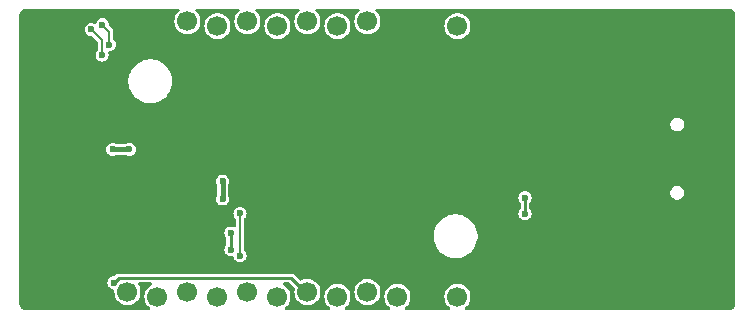
<source format=gbl>
G04 #@! TF.GenerationSoftware,KiCad,Pcbnew,8.0.1-8.0.1-1~ubuntu22.04.1*
G04 #@! TF.CreationDate,2024-09-16T09:20:12+02:00*
G04 #@! TF.ProjectId,NerdNOS,4e657264-4e4f-4532-9e6b-696361645f70,rev?*
G04 #@! TF.SameCoordinates,Original*
G04 #@! TF.FileFunction,Copper,L2,Bot*
G04 #@! TF.FilePolarity,Positive*
%FSLAX46Y46*%
G04 Gerber Fmt 4.6, Leading zero omitted, Abs format (unit mm)*
G04 Created by KiCad (PCBNEW 8.0.1-8.0.1-1~ubuntu22.04.1) date 2024-09-16 09:20:12*
%MOMM*%
%LPD*%
G01*
G04 APERTURE LIST*
G04 #@! TA.AperFunction,ComponentPad*
%ADD10O,2.100000X1.000000*%
G04 #@! TD*
G04 #@! TA.AperFunction,ComponentPad*
%ADD11O,1.800000X1.000000*%
G04 #@! TD*
G04 #@! TA.AperFunction,ComponentPad*
%ADD12C,1.700000*%
G04 #@! TD*
G04 #@! TA.AperFunction,ViaPad*
%ADD13C,0.600000*%
G04 #@! TD*
G04 #@! TA.AperFunction,Conductor*
%ADD14C,0.254000*%
G04 #@! TD*
G04 #@! TA.AperFunction,Conductor*
%ADD15C,0.400000*%
G04 #@! TD*
G04 #@! TA.AperFunction,Conductor*
%ADD16C,0.200000*%
G04 #@! TD*
G04 APERTURE END LIST*
D10*
X135485000Y-70510000D03*
D11*
X139665000Y-70510000D03*
D10*
X135485000Y-61870000D03*
D11*
X139665000Y-61870000D03*
D12*
X89440000Y-77490000D03*
X91980000Y-77890000D03*
X94520000Y-77490000D03*
X97060000Y-77890000D03*
X99600000Y-77490000D03*
X102140000Y-77890000D03*
X104680000Y-77490000D03*
X107220000Y-77890000D03*
X109760000Y-77490000D03*
X112300000Y-77890000D03*
X114840000Y-77490000D03*
X117380000Y-77890000D03*
X117380000Y-54970000D03*
X114840000Y-54570000D03*
X112300000Y-54970000D03*
X109760000Y-54570000D03*
X107220000Y-54970000D03*
X104680000Y-54570000D03*
X102140000Y-54970000D03*
X99600000Y-54570000D03*
X97060000Y-54970000D03*
X94520000Y-54570000D03*
X91980000Y-54970000D03*
X89440000Y-54570000D03*
D13*
X89600000Y-65400000D03*
X98200000Y-73900000D03*
X88200000Y-65400000D03*
X98200000Y-72500000D03*
X124300000Y-67200000D03*
X131300000Y-68300000D03*
X125600000Y-66300000D03*
X99400000Y-65100000D03*
X104050000Y-65700000D03*
X101050000Y-64700000D03*
X88837500Y-73500000D03*
X105050000Y-66700000D03*
X88700000Y-69750001D03*
X127200000Y-67800000D03*
X125000000Y-65800000D03*
X122900000Y-65100000D03*
X104050000Y-64700000D03*
X105050000Y-63700000D03*
X124300000Y-65100000D03*
X101050000Y-68700000D03*
X122900000Y-65800000D03*
X104800000Y-59300000D03*
X102050000Y-66700000D03*
X103050000Y-63700000D03*
X121250000Y-68450000D03*
X103050000Y-68700000D03*
X103050000Y-64700000D03*
X105050000Y-68700000D03*
X123600000Y-65100000D03*
X106600000Y-59300008D03*
X104050000Y-63700000D03*
X104050000Y-66700000D03*
X101050000Y-65700000D03*
X127700000Y-67300000D03*
X93337500Y-74450001D03*
X85703276Y-56567732D03*
X101050000Y-63700000D03*
X122000000Y-68450000D03*
X128500000Y-68300000D03*
X119000000Y-68450000D03*
X102050000Y-64700000D03*
X92150604Y-66912971D03*
X100800000Y-60020000D03*
X125150000Y-70850000D03*
X130600000Y-68300000D03*
X118200000Y-68500000D03*
X103050000Y-66700000D03*
X105050000Y-67700000D03*
X133800000Y-66290000D03*
X125000000Y-65100000D03*
X125000000Y-67200000D03*
X105050000Y-64700000D03*
X100700000Y-72480000D03*
X102050000Y-68700000D03*
X120500000Y-68450000D03*
X116700000Y-68500000D03*
X92295000Y-65515000D03*
X117450000Y-68500000D03*
X101050000Y-67700000D03*
X119750000Y-68450000D03*
X104050000Y-68700000D03*
X103050000Y-67700000D03*
X104050000Y-67700000D03*
X129200000Y-68300000D03*
X84650000Y-60164644D03*
X106600000Y-73100000D03*
X115900000Y-68500000D03*
X102050000Y-67700000D03*
X105050000Y-65700000D03*
X133800000Y-65390000D03*
X129900000Y-68300000D03*
X124300000Y-65800000D03*
X132000000Y-68300000D03*
X102050000Y-63700000D03*
X123600000Y-65800000D03*
X101050000Y-66700000D03*
X102050000Y-65700000D03*
X103050000Y-65700000D03*
X93400000Y-70400002D03*
X86500000Y-68029999D03*
X97500000Y-68100000D03*
X97500000Y-69600000D03*
X123100000Y-69499996D03*
X123100000Y-70854000D03*
X87900000Y-56550000D03*
X87327674Y-54864687D03*
X98966669Y-74400000D03*
X98966669Y-70820000D03*
X86371817Y-55246412D03*
X87300000Y-57432774D03*
X88300000Y-76700000D03*
D14*
X98200000Y-73900000D02*
X98200000Y-72500000D01*
D15*
X88200000Y-65400000D02*
X89600000Y-65400000D01*
X97500000Y-69600000D02*
X97500000Y-68100000D01*
D14*
X123100000Y-70854000D02*
X123100000Y-69499996D01*
D16*
X87900000Y-55437013D02*
X87327674Y-54864687D01*
X87900000Y-56550000D02*
X87900000Y-55437013D01*
X98966669Y-70820000D02*
X98966669Y-74400000D01*
X87300000Y-56174595D02*
X87300000Y-57432774D01*
X86371817Y-55246412D02*
X87300000Y-56174595D01*
D14*
X88700000Y-76300000D02*
X88300000Y-76700000D01*
X104680000Y-77690000D02*
X103290000Y-76300000D01*
X103290000Y-76300000D02*
X88700000Y-76300000D01*
G04 #@! TA.AperFunction,Conductor*
G36*
X93807164Y-53519685D02*
G01*
X93852919Y-53572489D01*
X93862863Y-53641647D01*
X93833838Y-53705203D01*
X93823663Y-53715637D01*
X93703237Y-53825418D01*
X93580327Y-53988178D01*
X93489422Y-54170739D01*
X93489417Y-54170752D01*
X93433602Y-54366917D01*
X93414785Y-54569999D01*
X93414785Y-54570000D01*
X93433602Y-54773082D01*
X93489417Y-54969247D01*
X93489422Y-54969260D01*
X93580327Y-55151821D01*
X93703237Y-55314581D01*
X93853958Y-55451980D01*
X93853960Y-55451982D01*
X93953141Y-55513392D01*
X94027363Y-55559348D01*
X94217544Y-55633024D01*
X94418024Y-55670500D01*
X94418026Y-55670500D01*
X94621974Y-55670500D01*
X94621976Y-55670500D01*
X94822456Y-55633024D01*
X95012637Y-55559348D01*
X95186041Y-55451981D01*
X95336764Y-55314579D01*
X95459673Y-55151821D01*
X95550209Y-54970000D01*
X95954785Y-54970000D01*
X95973602Y-55173082D01*
X96029417Y-55369247D01*
X96029422Y-55369260D01*
X96120327Y-55551821D01*
X96243237Y-55714581D01*
X96393958Y-55851980D01*
X96393960Y-55851982D01*
X96493141Y-55913392D01*
X96567363Y-55959348D01*
X96757544Y-56033024D01*
X96958024Y-56070500D01*
X96958026Y-56070500D01*
X97161974Y-56070500D01*
X97161976Y-56070500D01*
X97362456Y-56033024D01*
X97552637Y-55959348D01*
X97726041Y-55851981D01*
X97876764Y-55714579D01*
X97999673Y-55551821D01*
X98090582Y-55369250D01*
X98146397Y-55173083D01*
X98165215Y-54970000D01*
X98165146Y-54969260D01*
X98146397Y-54766917D01*
X98125830Y-54694632D01*
X98090582Y-54570750D01*
X98090208Y-54569999D01*
X98046272Y-54481764D01*
X97999673Y-54388179D01*
X97876764Y-54225421D01*
X97876762Y-54225418D01*
X97726041Y-54088019D01*
X97726039Y-54088017D01*
X97552642Y-53980655D01*
X97552635Y-53980651D01*
X97397817Y-53920675D01*
X97362456Y-53906976D01*
X97161976Y-53869500D01*
X96958024Y-53869500D01*
X96757544Y-53906976D01*
X96757541Y-53906976D01*
X96757541Y-53906977D01*
X96567364Y-53980651D01*
X96567357Y-53980655D01*
X96393960Y-54088017D01*
X96393958Y-54088019D01*
X96243237Y-54225418D01*
X96120327Y-54388178D01*
X96029422Y-54570739D01*
X96029417Y-54570752D01*
X95973602Y-54766917D01*
X95954785Y-54969999D01*
X95954785Y-54970000D01*
X95550209Y-54970000D01*
X95550582Y-54969250D01*
X95606397Y-54773083D01*
X95625215Y-54570000D01*
X95606397Y-54366917D01*
X95550582Y-54170750D01*
X95459673Y-53988179D01*
X95336764Y-53825421D01*
X95336762Y-53825418D01*
X95216337Y-53715637D01*
X95180055Y-53655926D01*
X95181816Y-53586078D01*
X95221059Y-53528271D01*
X95285326Y-53500856D01*
X95299875Y-53500000D01*
X98820125Y-53500000D01*
X98887164Y-53519685D01*
X98932919Y-53572489D01*
X98942863Y-53641647D01*
X98913838Y-53705203D01*
X98903663Y-53715637D01*
X98783237Y-53825418D01*
X98660327Y-53988178D01*
X98569422Y-54170739D01*
X98569417Y-54170752D01*
X98513602Y-54366917D01*
X98494785Y-54569999D01*
X98494785Y-54570000D01*
X98513602Y-54773082D01*
X98569417Y-54969247D01*
X98569422Y-54969260D01*
X98660327Y-55151821D01*
X98783237Y-55314581D01*
X98933958Y-55451980D01*
X98933960Y-55451982D01*
X99033141Y-55513392D01*
X99107363Y-55559348D01*
X99297544Y-55633024D01*
X99498024Y-55670500D01*
X99498026Y-55670500D01*
X99701974Y-55670500D01*
X99701976Y-55670500D01*
X99902456Y-55633024D01*
X100092637Y-55559348D01*
X100266041Y-55451981D01*
X100416764Y-55314579D01*
X100539673Y-55151821D01*
X100630209Y-54970000D01*
X101034785Y-54970000D01*
X101053602Y-55173082D01*
X101109417Y-55369247D01*
X101109422Y-55369260D01*
X101200327Y-55551821D01*
X101323237Y-55714581D01*
X101473958Y-55851980D01*
X101473960Y-55851982D01*
X101573141Y-55913392D01*
X101647363Y-55959348D01*
X101837544Y-56033024D01*
X102038024Y-56070500D01*
X102038026Y-56070500D01*
X102241974Y-56070500D01*
X102241976Y-56070500D01*
X102442456Y-56033024D01*
X102632637Y-55959348D01*
X102806041Y-55851981D01*
X102956764Y-55714579D01*
X103079673Y-55551821D01*
X103170582Y-55369250D01*
X103226397Y-55173083D01*
X103245215Y-54970000D01*
X103245146Y-54969260D01*
X103226397Y-54766917D01*
X103205830Y-54694632D01*
X103170582Y-54570750D01*
X103170208Y-54569999D01*
X103126272Y-54481764D01*
X103079673Y-54388179D01*
X102956764Y-54225421D01*
X102956762Y-54225418D01*
X102806041Y-54088019D01*
X102806039Y-54088017D01*
X102632642Y-53980655D01*
X102632635Y-53980651D01*
X102477817Y-53920675D01*
X102442456Y-53906976D01*
X102241976Y-53869500D01*
X102038024Y-53869500D01*
X101837544Y-53906976D01*
X101837541Y-53906976D01*
X101837541Y-53906977D01*
X101647364Y-53980651D01*
X101647357Y-53980655D01*
X101473960Y-54088017D01*
X101473958Y-54088019D01*
X101323237Y-54225418D01*
X101200327Y-54388178D01*
X101109422Y-54570739D01*
X101109417Y-54570752D01*
X101053602Y-54766917D01*
X101034785Y-54969999D01*
X101034785Y-54970000D01*
X100630209Y-54970000D01*
X100630582Y-54969250D01*
X100686397Y-54773083D01*
X100705215Y-54570000D01*
X100686397Y-54366917D01*
X100630582Y-54170750D01*
X100539673Y-53988179D01*
X100416764Y-53825421D01*
X100416762Y-53825418D01*
X100296337Y-53715637D01*
X100260055Y-53655926D01*
X100261816Y-53586078D01*
X100301059Y-53528271D01*
X100365326Y-53500856D01*
X100379875Y-53500000D01*
X103900125Y-53500000D01*
X103967164Y-53519685D01*
X104012919Y-53572489D01*
X104022863Y-53641647D01*
X103993838Y-53705203D01*
X103983663Y-53715637D01*
X103863237Y-53825418D01*
X103740327Y-53988178D01*
X103649422Y-54170739D01*
X103649417Y-54170752D01*
X103593602Y-54366917D01*
X103574785Y-54569999D01*
X103574785Y-54570000D01*
X103593602Y-54773082D01*
X103649417Y-54969247D01*
X103649422Y-54969260D01*
X103740327Y-55151821D01*
X103863237Y-55314581D01*
X104013958Y-55451980D01*
X104013960Y-55451982D01*
X104113141Y-55513392D01*
X104187363Y-55559348D01*
X104377544Y-55633024D01*
X104578024Y-55670500D01*
X104578026Y-55670500D01*
X104781974Y-55670500D01*
X104781976Y-55670500D01*
X104982456Y-55633024D01*
X105172637Y-55559348D01*
X105346041Y-55451981D01*
X105496764Y-55314579D01*
X105619673Y-55151821D01*
X105710209Y-54970000D01*
X106114785Y-54970000D01*
X106133602Y-55173082D01*
X106189417Y-55369247D01*
X106189422Y-55369260D01*
X106280327Y-55551821D01*
X106403237Y-55714581D01*
X106553958Y-55851980D01*
X106553960Y-55851982D01*
X106653141Y-55913392D01*
X106727363Y-55959348D01*
X106917544Y-56033024D01*
X107118024Y-56070500D01*
X107118026Y-56070500D01*
X107321974Y-56070500D01*
X107321976Y-56070500D01*
X107522456Y-56033024D01*
X107712637Y-55959348D01*
X107886041Y-55851981D01*
X108036764Y-55714579D01*
X108159673Y-55551821D01*
X108250582Y-55369250D01*
X108306397Y-55173083D01*
X108325215Y-54970000D01*
X108325146Y-54969260D01*
X108306397Y-54766917D01*
X108285830Y-54694632D01*
X108250582Y-54570750D01*
X108250208Y-54569999D01*
X108206272Y-54481764D01*
X108159673Y-54388179D01*
X108036764Y-54225421D01*
X108036762Y-54225418D01*
X107886041Y-54088019D01*
X107886039Y-54088017D01*
X107712642Y-53980655D01*
X107712635Y-53980651D01*
X107557817Y-53920675D01*
X107522456Y-53906976D01*
X107321976Y-53869500D01*
X107118024Y-53869500D01*
X106917544Y-53906976D01*
X106917541Y-53906976D01*
X106917541Y-53906977D01*
X106727364Y-53980651D01*
X106727357Y-53980655D01*
X106553960Y-54088017D01*
X106553958Y-54088019D01*
X106403237Y-54225418D01*
X106280327Y-54388178D01*
X106189422Y-54570739D01*
X106189417Y-54570752D01*
X106133602Y-54766917D01*
X106114785Y-54969999D01*
X106114785Y-54970000D01*
X105710209Y-54970000D01*
X105710582Y-54969250D01*
X105766397Y-54773083D01*
X105785215Y-54570000D01*
X105766397Y-54366917D01*
X105710582Y-54170750D01*
X105619673Y-53988179D01*
X105496764Y-53825421D01*
X105496762Y-53825418D01*
X105376337Y-53715637D01*
X105340055Y-53655926D01*
X105341816Y-53586078D01*
X105381059Y-53528271D01*
X105445326Y-53500856D01*
X105459875Y-53500000D01*
X108980125Y-53500000D01*
X109047164Y-53519685D01*
X109092919Y-53572489D01*
X109102863Y-53641647D01*
X109073838Y-53705203D01*
X109063663Y-53715637D01*
X108943237Y-53825418D01*
X108820327Y-53988178D01*
X108729422Y-54170739D01*
X108729417Y-54170752D01*
X108673602Y-54366917D01*
X108654785Y-54569999D01*
X108654785Y-54570000D01*
X108673602Y-54773082D01*
X108729417Y-54969247D01*
X108729422Y-54969260D01*
X108820327Y-55151821D01*
X108943237Y-55314581D01*
X109093958Y-55451980D01*
X109093960Y-55451982D01*
X109193141Y-55513392D01*
X109267363Y-55559348D01*
X109457544Y-55633024D01*
X109658024Y-55670500D01*
X109658026Y-55670500D01*
X109861974Y-55670500D01*
X109861976Y-55670500D01*
X110062456Y-55633024D01*
X110252637Y-55559348D01*
X110426041Y-55451981D01*
X110576764Y-55314579D01*
X110699673Y-55151821D01*
X110790209Y-54970000D01*
X116274785Y-54970000D01*
X116293602Y-55173082D01*
X116349417Y-55369247D01*
X116349422Y-55369260D01*
X116440327Y-55551821D01*
X116563237Y-55714581D01*
X116713958Y-55851980D01*
X116713960Y-55851982D01*
X116813141Y-55913392D01*
X116887363Y-55959348D01*
X117077544Y-56033024D01*
X117278024Y-56070500D01*
X117278026Y-56070500D01*
X117481974Y-56070500D01*
X117481976Y-56070500D01*
X117682456Y-56033024D01*
X117872637Y-55959348D01*
X118046041Y-55851981D01*
X118196764Y-55714579D01*
X118319673Y-55551821D01*
X118410582Y-55369250D01*
X118466397Y-55173083D01*
X118485215Y-54970000D01*
X118485146Y-54969260D01*
X118466397Y-54766917D01*
X118445830Y-54694632D01*
X118410582Y-54570750D01*
X118410208Y-54569999D01*
X118366272Y-54481764D01*
X118319673Y-54388179D01*
X118196764Y-54225421D01*
X118196762Y-54225418D01*
X118046041Y-54088019D01*
X118046039Y-54088017D01*
X117872642Y-53980655D01*
X117872635Y-53980651D01*
X117717817Y-53920675D01*
X117682456Y-53906976D01*
X117481976Y-53869500D01*
X117278024Y-53869500D01*
X117077544Y-53906976D01*
X117077541Y-53906976D01*
X117077541Y-53906977D01*
X116887364Y-53980651D01*
X116887357Y-53980655D01*
X116713960Y-54088017D01*
X116713958Y-54088019D01*
X116563237Y-54225418D01*
X116440327Y-54388178D01*
X116349422Y-54570739D01*
X116349417Y-54570752D01*
X116293602Y-54766917D01*
X116274785Y-54969999D01*
X116274785Y-54970000D01*
X110790209Y-54970000D01*
X110790582Y-54969250D01*
X110846397Y-54773083D01*
X110865215Y-54570000D01*
X110846397Y-54366917D01*
X110790582Y-54170750D01*
X110699673Y-53988179D01*
X110576764Y-53825421D01*
X110576762Y-53825418D01*
X110456337Y-53715637D01*
X110420055Y-53655926D01*
X110421816Y-53586078D01*
X110461059Y-53528271D01*
X110525326Y-53500856D01*
X110539875Y-53500000D01*
X140397978Y-53500000D01*
X140402021Y-53500066D01*
X140406710Y-53500218D01*
X140451282Y-53501673D01*
X140479325Y-53505831D01*
X140576403Y-53531843D01*
X140606301Y-53544227D01*
X140691558Y-53593450D01*
X140717237Y-53613155D01*
X140786844Y-53682762D01*
X140806550Y-53708443D01*
X140855770Y-53793694D01*
X140868158Y-53823601D01*
X140894167Y-53920670D01*
X140898326Y-53948717D01*
X140899934Y-53997975D01*
X140900000Y-54002021D01*
X140900000Y-78497978D01*
X140899934Y-78502024D01*
X140898326Y-78551282D01*
X140894167Y-78579329D01*
X140868158Y-78676398D01*
X140855770Y-78706305D01*
X140806550Y-78791556D01*
X140786844Y-78817237D01*
X140717237Y-78886844D01*
X140691556Y-78906550D01*
X140606305Y-78955770D01*
X140576398Y-78968158D01*
X140479329Y-78994167D01*
X140451282Y-78998326D01*
X140406973Y-78999772D01*
X140402020Y-78999934D01*
X140397978Y-79000000D01*
X118113593Y-79000000D01*
X118046554Y-78980315D01*
X118000799Y-78927511D01*
X117990855Y-78858353D01*
X118019880Y-78794797D01*
X118041911Y-78776028D01*
X118041465Y-78775437D01*
X118046033Y-78771985D01*
X118046041Y-78771981D01*
X118196764Y-78634579D01*
X118319673Y-78471821D01*
X118410582Y-78289250D01*
X118466397Y-78093083D01*
X118485215Y-77890000D01*
X118485146Y-77889260D01*
X118466397Y-77686917D01*
X118410582Y-77490750D01*
X118410208Y-77489999D01*
X118332341Y-77333620D01*
X118319673Y-77308179D01*
X118223154Y-77180367D01*
X118196762Y-77145418D01*
X118046041Y-77008019D01*
X118046039Y-77008017D01*
X117872642Y-76900655D01*
X117872635Y-76900651D01*
X117725649Y-76843709D01*
X117682456Y-76826976D01*
X117481976Y-76789500D01*
X117278024Y-76789500D01*
X117077544Y-76826976D01*
X117077541Y-76826976D01*
X117077541Y-76826977D01*
X116887364Y-76900651D01*
X116887357Y-76900655D01*
X116713960Y-77008017D01*
X116713958Y-77008019D01*
X116563237Y-77145418D01*
X116440327Y-77308178D01*
X116349422Y-77490739D01*
X116349417Y-77490752D01*
X116293602Y-77686917D01*
X116274785Y-77889999D01*
X116274785Y-77890000D01*
X116293602Y-78093082D01*
X116349417Y-78289247D01*
X116349422Y-78289260D01*
X116440327Y-78471821D01*
X116563237Y-78634581D01*
X116713958Y-78771980D01*
X116718535Y-78775437D01*
X116717396Y-78776944D01*
X116758322Y-78822606D01*
X116769423Y-78891588D01*
X116741468Y-78955621D01*
X116683331Y-78994375D01*
X116646407Y-79000000D01*
X113033593Y-79000000D01*
X112966554Y-78980315D01*
X112920799Y-78927511D01*
X112910855Y-78858353D01*
X112939880Y-78794797D01*
X112961911Y-78776028D01*
X112961465Y-78775437D01*
X112966033Y-78771985D01*
X112966041Y-78771981D01*
X113116764Y-78634579D01*
X113239673Y-78471821D01*
X113330582Y-78289250D01*
X113386397Y-78093083D01*
X113405215Y-77890000D01*
X113405146Y-77889260D01*
X113386397Y-77686917D01*
X113330582Y-77490750D01*
X113330208Y-77489999D01*
X113252341Y-77333620D01*
X113239673Y-77308179D01*
X113143154Y-77180367D01*
X113116762Y-77145418D01*
X112966041Y-77008019D01*
X112966039Y-77008017D01*
X112792642Y-76900655D01*
X112792635Y-76900651D01*
X112645649Y-76843709D01*
X112602456Y-76826976D01*
X112401976Y-76789500D01*
X112198024Y-76789500D01*
X111997544Y-76826976D01*
X111997541Y-76826976D01*
X111997541Y-76826977D01*
X111807364Y-76900651D01*
X111807357Y-76900655D01*
X111633960Y-77008017D01*
X111633958Y-77008019D01*
X111483237Y-77145418D01*
X111360327Y-77308178D01*
X111269422Y-77490739D01*
X111269417Y-77490752D01*
X111213602Y-77686917D01*
X111194785Y-77889999D01*
X111194785Y-77890000D01*
X111213602Y-78093082D01*
X111269417Y-78289247D01*
X111269422Y-78289260D01*
X111360327Y-78471821D01*
X111483237Y-78634581D01*
X111633958Y-78771980D01*
X111638535Y-78775437D01*
X111637396Y-78776944D01*
X111678322Y-78822606D01*
X111689423Y-78891588D01*
X111661468Y-78955621D01*
X111603331Y-78994375D01*
X111566407Y-79000000D01*
X107953593Y-79000000D01*
X107886554Y-78980315D01*
X107840799Y-78927511D01*
X107830855Y-78858353D01*
X107859880Y-78794797D01*
X107881911Y-78776028D01*
X107881465Y-78775437D01*
X107886033Y-78771985D01*
X107886041Y-78771981D01*
X108036764Y-78634579D01*
X108159673Y-78471821D01*
X108250582Y-78289250D01*
X108306397Y-78093083D01*
X108325215Y-77890000D01*
X108325146Y-77889260D01*
X108306397Y-77686917D01*
X108250582Y-77490750D01*
X108250208Y-77490000D01*
X108654785Y-77490000D01*
X108673602Y-77693082D01*
X108729417Y-77889247D01*
X108729422Y-77889260D01*
X108820327Y-78071821D01*
X108943237Y-78234581D01*
X109093958Y-78371980D01*
X109093960Y-78371982D01*
X109193141Y-78433392D01*
X109267363Y-78479348D01*
X109457544Y-78553024D01*
X109658024Y-78590500D01*
X109658026Y-78590500D01*
X109861974Y-78590500D01*
X109861976Y-78590500D01*
X110062456Y-78553024D01*
X110252637Y-78479348D01*
X110426041Y-78371981D01*
X110576764Y-78234579D01*
X110699673Y-78071821D01*
X110790582Y-77889250D01*
X110846397Y-77693083D01*
X110865215Y-77490000D01*
X110846397Y-77286917D01*
X110790582Y-77090750D01*
X110699673Y-76908179D01*
X110576764Y-76745421D01*
X110576762Y-76745418D01*
X110426041Y-76608019D01*
X110426039Y-76608017D01*
X110252642Y-76500655D01*
X110252635Y-76500651D01*
X110157546Y-76463814D01*
X110062456Y-76426976D01*
X109861976Y-76389500D01*
X109658024Y-76389500D01*
X109457544Y-76426976D01*
X109457541Y-76426976D01*
X109457541Y-76426977D01*
X109267364Y-76500651D01*
X109267357Y-76500655D01*
X109093960Y-76608017D01*
X109093958Y-76608019D01*
X108943237Y-76745418D01*
X108820327Y-76908178D01*
X108729422Y-77090739D01*
X108729417Y-77090752D01*
X108673602Y-77286917D01*
X108654785Y-77489999D01*
X108654785Y-77490000D01*
X108250208Y-77490000D01*
X108250208Y-77489999D01*
X108172341Y-77333620D01*
X108159673Y-77308179D01*
X108063154Y-77180367D01*
X108036762Y-77145418D01*
X107886041Y-77008019D01*
X107886039Y-77008017D01*
X107712642Y-76900655D01*
X107712635Y-76900651D01*
X107565649Y-76843709D01*
X107522456Y-76826976D01*
X107321976Y-76789500D01*
X107118024Y-76789500D01*
X106917544Y-76826976D01*
X106917541Y-76826976D01*
X106917541Y-76826977D01*
X106727364Y-76900651D01*
X106727357Y-76900655D01*
X106553960Y-77008017D01*
X106553958Y-77008019D01*
X106403237Y-77145418D01*
X106280327Y-77308178D01*
X106189422Y-77490739D01*
X106189417Y-77490752D01*
X106133602Y-77686917D01*
X106114785Y-77889999D01*
X106114785Y-77890000D01*
X106133602Y-78093082D01*
X106189417Y-78289247D01*
X106189422Y-78289260D01*
X106280327Y-78471821D01*
X106403237Y-78634581D01*
X106553958Y-78771980D01*
X106558535Y-78775437D01*
X106557396Y-78776944D01*
X106598322Y-78822606D01*
X106609423Y-78891588D01*
X106581468Y-78955621D01*
X106523331Y-78994375D01*
X106486407Y-79000000D01*
X102873593Y-79000000D01*
X102806554Y-78980315D01*
X102760799Y-78927511D01*
X102750855Y-78858353D01*
X102779880Y-78794797D01*
X102801911Y-78776028D01*
X102801465Y-78775437D01*
X102806033Y-78771985D01*
X102806041Y-78771981D01*
X102956764Y-78634579D01*
X103079673Y-78471821D01*
X103170582Y-78289250D01*
X103226397Y-78093083D01*
X103245215Y-77890000D01*
X103245146Y-77889260D01*
X103226397Y-77686917D01*
X103170582Y-77490750D01*
X103170208Y-77489999D01*
X103092341Y-77333620D01*
X103079673Y-77308179D01*
X102983154Y-77180367D01*
X102956762Y-77145418D01*
X102806041Y-77008019D01*
X102806039Y-77008017D01*
X102642772Y-76906927D01*
X102596136Y-76854899D01*
X102585032Y-76785918D01*
X102612985Y-76721883D01*
X102671120Y-76683127D01*
X102708049Y-76677500D01*
X103082273Y-76677500D01*
X103149312Y-76697185D01*
X103169954Y-76713819D01*
X103575179Y-77119044D01*
X103608664Y-77180367D01*
X103606765Y-77240658D01*
X103593602Y-77286919D01*
X103574785Y-77489999D01*
X103574785Y-77490000D01*
X103593602Y-77693082D01*
X103649417Y-77889247D01*
X103649422Y-77889260D01*
X103740327Y-78071821D01*
X103863237Y-78234581D01*
X104013958Y-78371980D01*
X104013960Y-78371982D01*
X104113141Y-78433392D01*
X104187363Y-78479348D01*
X104377544Y-78553024D01*
X104578024Y-78590500D01*
X104578026Y-78590500D01*
X104781974Y-78590500D01*
X104781976Y-78590500D01*
X104982456Y-78553024D01*
X105172637Y-78479348D01*
X105346041Y-78371981D01*
X105496764Y-78234579D01*
X105619673Y-78071821D01*
X105710582Y-77889250D01*
X105766397Y-77693083D01*
X105785215Y-77490000D01*
X105766397Y-77286917D01*
X105710582Y-77090750D01*
X105619673Y-76908179D01*
X105496764Y-76745421D01*
X105496762Y-76745418D01*
X105346041Y-76608019D01*
X105346039Y-76608017D01*
X105172642Y-76500655D01*
X105172635Y-76500651D01*
X105077546Y-76463814D01*
X104982456Y-76426976D01*
X104781976Y-76389500D01*
X104578024Y-76389500D01*
X104377544Y-76426976D01*
X104377541Y-76426976D01*
X104377541Y-76426977D01*
X104187364Y-76500651D01*
X104187358Y-76500655D01*
X104170293Y-76511220D01*
X104102935Y-76529774D01*
X104036236Y-76508966D01*
X104017338Y-76493473D01*
X103521792Y-75997927D01*
X103521790Y-75997925D01*
X103435710Y-75948226D01*
X103339699Y-75922500D01*
X88650301Y-75922500D01*
X88554291Y-75948226D01*
X88517908Y-75969231D01*
X88517907Y-75969231D01*
X88468212Y-75997923D01*
X88468205Y-75997928D01*
X88354387Y-76111744D01*
X88293064Y-76145229D01*
X88282894Y-76147001D01*
X88156291Y-76163670D01*
X88156287Y-76163671D01*
X88022377Y-76219137D01*
X87907379Y-76307379D01*
X87819137Y-76422377D01*
X87763671Y-76556287D01*
X87763670Y-76556291D01*
X87744750Y-76699999D01*
X87744750Y-76700000D01*
X87763670Y-76843708D01*
X87763671Y-76843712D01*
X87819137Y-76977622D01*
X87819138Y-76977624D01*
X87819139Y-76977625D01*
X87907379Y-77092621D01*
X88022375Y-77180861D01*
X88156291Y-77236330D01*
X88237562Y-77247029D01*
X88301458Y-77275295D01*
X88339929Y-77333620D01*
X88344847Y-77381409D01*
X88334785Y-77489998D01*
X88334785Y-77490000D01*
X88353602Y-77693082D01*
X88409417Y-77889247D01*
X88409422Y-77889260D01*
X88500327Y-78071821D01*
X88623237Y-78234581D01*
X88773958Y-78371980D01*
X88773960Y-78371982D01*
X88873141Y-78433392D01*
X88947363Y-78479348D01*
X89137544Y-78553024D01*
X89338024Y-78590500D01*
X89338026Y-78590500D01*
X89541974Y-78590500D01*
X89541976Y-78590500D01*
X89742456Y-78553024D01*
X89932637Y-78479348D01*
X90106041Y-78371981D01*
X90256764Y-78234579D01*
X90379673Y-78071821D01*
X90470582Y-77889250D01*
X90526397Y-77693083D01*
X90545215Y-77490000D01*
X90526397Y-77286917D01*
X90470582Y-77090750D01*
X90379673Y-76908179D01*
X90355544Y-76876227D01*
X90330852Y-76810866D01*
X90345417Y-76742531D01*
X90394614Y-76692918D01*
X90454498Y-76677500D01*
X91411951Y-76677500D01*
X91478990Y-76697185D01*
X91524745Y-76749989D01*
X91534689Y-76819147D01*
X91505664Y-76882703D01*
X91477228Y-76906927D01*
X91313960Y-77008017D01*
X91313958Y-77008019D01*
X91163237Y-77145418D01*
X91040327Y-77308178D01*
X90949422Y-77490739D01*
X90949417Y-77490752D01*
X90893602Y-77686917D01*
X90874785Y-77889999D01*
X90874785Y-77890000D01*
X90893602Y-78093082D01*
X90949417Y-78289247D01*
X90949422Y-78289260D01*
X91040327Y-78471821D01*
X91163237Y-78634581D01*
X91313958Y-78771980D01*
X91318535Y-78775437D01*
X91317396Y-78776944D01*
X91358322Y-78822606D01*
X91369423Y-78891588D01*
X91341468Y-78955621D01*
X91283331Y-78994375D01*
X91246407Y-79000000D01*
X80802022Y-79000000D01*
X80797979Y-78999934D01*
X80792688Y-78999761D01*
X80748717Y-78998326D01*
X80720670Y-78994167D01*
X80623601Y-78968158D01*
X80593694Y-78955770D01*
X80508443Y-78906550D01*
X80482762Y-78886844D01*
X80413155Y-78817237D01*
X80393449Y-78791556D01*
X80382147Y-78771980D01*
X80344227Y-78706301D01*
X80331843Y-78676403D01*
X80305831Y-78579325D01*
X80301673Y-78551282D01*
X80300066Y-78502021D01*
X80300000Y-78497978D01*
X80300000Y-73900000D01*
X97644750Y-73900000D01*
X97657798Y-73999111D01*
X97663670Y-74043708D01*
X97663671Y-74043712D01*
X97719137Y-74177622D01*
X97719138Y-74177624D01*
X97719139Y-74177625D01*
X97807379Y-74292621D01*
X97922375Y-74380861D01*
X98056291Y-74436330D01*
X98200000Y-74455250D01*
X98292030Y-74443133D01*
X98361061Y-74453898D01*
X98413318Y-74500277D01*
X98426301Y-74536377D01*
X98428236Y-74535859D01*
X98430340Y-74543712D01*
X98485806Y-74677622D01*
X98485807Y-74677624D01*
X98485808Y-74677625D01*
X98574048Y-74792621D01*
X98689044Y-74880861D01*
X98822960Y-74936330D01*
X98949949Y-74953048D01*
X98966668Y-74955250D01*
X98966669Y-74955250D01*
X98966670Y-74955250D01*
X98981646Y-74953278D01*
X99110378Y-74936330D01*
X99244294Y-74880861D01*
X99359290Y-74792621D01*
X99447530Y-74677625D01*
X99502999Y-74543709D01*
X99521919Y-74400000D01*
X99502999Y-74256291D01*
X99466019Y-74167013D01*
X99447531Y-74122377D01*
X99447530Y-74122376D01*
X99447530Y-74122375D01*
X99359290Y-74007379D01*
X99359288Y-74007377D01*
X99359284Y-74007372D01*
X99353540Y-74001628D01*
X99356056Y-73999111D01*
X99324466Y-73955817D01*
X99317169Y-73913908D01*
X99317169Y-72881288D01*
X115379500Y-72881288D01*
X115411161Y-73121785D01*
X115473947Y-73356104D01*
X115538778Y-73512619D01*
X115566776Y-73580212D01*
X115688064Y-73790289D01*
X115688066Y-73790292D01*
X115688067Y-73790293D01*
X115835733Y-73982736D01*
X115835739Y-73982743D01*
X116007256Y-74154260D01*
X116007262Y-74154265D01*
X116199711Y-74301936D01*
X116409788Y-74423224D01*
X116633900Y-74516054D01*
X116868211Y-74578838D01*
X117048586Y-74602584D01*
X117108711Y-74610500D01*
X117108712Y-74610500D01*
X117351289Y-74610500D01*
X117399388Y-74604167D01*
X117591789Y-74578838D01*
X117826100Y-74516054D01*
X118050212Y-74423224D01*
X118260289Y-74301936D01*
X118452738Y-74154265D01*
X118624265Y-73982738D01*
X118771936Y-73790289D01*
X118893224Y-73580212D01*
X118986054Y-73356100D01*
X119048838Y-73121789D01*
X119080500Y-72881288D01*
X119080500Y-72638712D01*
X119048838Y-72398211D01*
X118986054Y-72163900D01*
X118893224Y-71939788D01*
X118771936Y-71729711D01*
X118624265Y-71537262D01*
X118624260Y-71537256D01*
X118452743Y-71365739D01*
X118452736Y-71365733D01*
X118260293Y-71218067D01*
X118260292Y-71218066D01*
X118260289Y-71218064D01*
X118050212Y-71096776D01*
X118050205Y-71096773D01*
X117826104Y-71003947D01*
X117591785Y-70941161D01*
X117351289Y-70909500D01*
X117351288Y-70909500D01*
X117108712Y-70909500D01*
X117108711Y-70909500D01*
X116868214Y-70941161D01*
X116633895Y-71003947D01*
X116409794Y-71096773D01*
X116409785Y-71096777D01*
X116199706Y-71218067D01*
X116007263Y-71365733D01*
X116007256Y-71365739D01*
X115835739Y-71537256D01*
X115835733Y-71537263D01*
X115688067Y-71729706D01*
X115566777Y-71939785D01*
X115566773Y-71939794D01*
X115473947Y-72163895D01*
X115411161Y-72398214D01*
X115379500Y-72638711D01*
X115379500Y-72881288D01*
X99317169Y-72881288D01*
X99317169Y-71306092D01*
X99336854Y-71239053D01*
X99354783Y-71219609D01*
X99353543Y-71218369D01*
X99359288Y-71212623D01*
X99359290Y-71212621D01*
X99447530Y-71097625D01*
X99502999Y-70963709D01*
X99517443Y-70854000D01*
X122544750Y-70854000D01*
X122563670Y-70997708D01*
X122563671Y-70997712D01*
X122619137Y-71131622D01*
X122619138Y-71131624D01*
X122619139Y-71131625D01*
X122707379Y-71246621D01*
X122822375Y-71334861D01*
X122956291Y-71390330D01*
X123083280Y-71407048D01*
X123099999Y-71409250D01*
X123100000Y-71409250D01*
X123100001Y-71409250D01*
X123114977Y-71407278D01*
X123243709Y-71390330D01*
X123377625Y-71334861D01*
X123492621Y-71246621D01*
X123580861Y-71131625D01*
X123636330Y-70997709D01*
X123655250Y-70854000D01*
X123636330Y-70710291D01*
X123580861Y-70576375D01*
X123554772Y-70542375D01*
X123503124Y-70475066D01*
X123477930Y-70409897D01*
X123477500Y-70399580D01*
X123477500Y-69954414D01*
X123497185Y-69887375D01*
X123503116Y-69878938D01*
X123580861Y-69777621D01*
X123636330Y-69643705D01*
X123655250Y-69499996D01*
X123636330Y-69356287D01*
X123580861Y-69222371D01*
X123529752Y-69155765D01*
X135409500Y-69155765D01*
X135448719Y-69302136D01*
X135479981Y-69356283D01*
X135524485Y-69433365D01*
X135631635Y-69540515D01*
X135762865Y-69616281D01*
X135909234Y-69655500D01*
X135909236Y-69655500D01*
X136060764Y-69655500D01*
X136060766Y-69655500D01*
X136207135Y-69616281D01*
X136338365Y-69540515D01*
X136445515Y-69433365D01*
X136521281Y-69302135D01*
X136560500Y-69155766D01*
X136560500Y-69004234D01*
X136521281Y-68857865D01*
X136445515Y-68726635D01*
X136338365Y-68619485D01*
X136272750Y-68581602D01*
X136207136Y-68543719D01*
X136133950Y-68524109D01*
X136060766Y-68504500D01*
X135909234Y-68504500D01*
X135762863Y-68543719D01*
X135631635Y-68619485D01*
X135631632Y-68619487D01*
X135524487Y-68726632D01*
X135524485Y-68726635D01*
X135448719Y-68857863D01*
X135409500Y-69004234D01*
X135409500Y-69155765D01*
X123529752Y-69155765D01*
X123492621Y-69107375D01*
X123377625Y-69019135D01*
X123377624Y-69019134D01*
X123377622Y-69019133D01*
X123243712Y-68963667D01*
X123243710Y-68963666D01*
X123243709Y-68963666D01*
X123171854Y-68954206D01*
X123100001Y-68944746D01*
X123099999Y-68944746D01*
X122956291Y-68963666D01*
X122956287Y-68963667D01*
X122822377Y-69019133D01*
X122707379Y-69107375D01*
X122619137Y-69222373D01*
X122563671Y-69356283D01*
X122563670Y-69356287D01*
X122550505Y-69456287D01*
X122544750Y-69499996D01*
X122560059Y-69616281D01*
X122563670Y-69643704D01*
X122563671Y-69643708D01*
X122619138Y-69777619D01*
X122619139Y-69777621D01*
X122696875Y-69878929D01*
X122722070Y-69944096D01*
X122722500Y-69954414D01*
X122722500Y-70399580D01*
X122702815Y-70466619D01*
X122696876Y-70475066D01*
X122619139Y-70576374D01*
X122619138Y-70576376D01*
X122563671Y-70710287D01*
X122563670Y-70710291D01*
X122544750Y-70853999D01*
X122544750Y-70854000D01*
X99517443Y-70854000D01*
X99521919Y-70820000D01*
X99502999Y-70676291D01*
X99466019Y-70587013D01*
X99447531Y-70542377D01*
X99447530Y-70542376D01*
X99447530Y-70542375D01*
X99359290Y-70427379D01*
X99244294Y-70339139D01*
X99244293Y-70339138D01*
X99244291Y-70339137D01*
X99110381Y-70283671D01*
X99110379Y-70283670D01*
X99110378Y-70283670D01*
X99038523Y-70274210D01*
X98966670Y-70264750D01*
X98966668Y-70264750D01*
X98822960Y-70283670D01*
X98822956Y-70283671D01*
X98689046Y-70339137D01*
X98574048Y-70427379D01*
X98485806Y-70542377D01*
X98430340Y-70676287D01*
X98430339Y-70676291D01*
X98411419Y-70820000D01*
X98427370Y-70941161D01*
X98430339Y-70963708D01*
X98430340Y-70963712D01*
X98485807Y-71097623D01*
X98485808Y-71097625D01*
X98574049Y-71212623D01*
X98579795Y-71218369D01*
X98577243Y-71220920D01*
X98608760Y-71263873D01*
X98616169Y-71306092D01*
X98616169Y-71890947D01*
X98596484Y-71957986D01*
X98543680Y-72003741D01*
X98474522Y-72013685D01*
X98444717Y-72005508D01*
X98343712Y-71963671D01*
X98343710Y-71963670D01*
X98343709Y-71963670D01*
X98271854Y-71954210D01*
X98200001Y-71944750D01*
X98199999Y-71944750D01*
X98056291Y-71963670D01*
X98056287Y-71963671D01*
X97922377Y-72019137D01*
X97807379Y-72107379D01*
X97719137Y-72222377D01*
X97663671Y-72356287D01*
X97663670Y-72356291D01*
X97644750Y-72500000D01*
X97663670Y-72643709D01*
X97719139Y-72777625D01*
X97796875Y-72878933D01*
X97822070Y-72944100D01*
X97822500Y-72954418D01*
X97822500Y-73445580D01*
X97802815Y-73512619D01*
X97796876Y-73521066D01*
X97719139Y-73622374D01*
X97719138Y-73622376D01*
X97663671Y-73756287D01*
X97663670Y-73756291D01*
X97644750Y-73900000D01*
X80300000Y-73900000D01*
X80300000Y-69600000D01*
X96944750Y-69600000D01*
X96963670Y-69743708D01*
X96963671Y-69743712D01*
X97019137Y-69877622D01*
X97019138Y-69877624D01*
X97019139Y-69877625D01*
X97107379Y-69992621D01*
X97222375Y-70080861D01*
X97356291Y-70136330D01*
X97483280Y-70153048D01*
X97499999Y-70155250D01*
X97500000Y-70155250D01*
X97500001Y-70155250D01*
X97514977Y-70153278D01*
X97643709Y-70136330D01*
X97777625Y-70080861D01*
X97892621Y-69992621D01*
X97980861Y-69877625D01*
X98036330Y-69743709D01*
X98055250Y-69600000D01*
X98036330Y-69456291D01*
X97980861Y-69322375D01*
X97976123Y-69316200D01*
X97950930Y-69251031D01*
X97950500Y-69240715D01*
X97950500Y-68459284D01*
X97970185Y-68392245D01*
X97976116Y-68383808D01*
X97980861Y-68377625D01*
X98036330Y-68243709D01*
X98055250Y-68100000D01*
X98036330Y-67956291D01*
X97980861Y-67822375D01*
X97892621Y-67707379D01*
X97777625Y-67619139D01*
X97777624Y-67619138D01*
X97777622Y-67619137D01*
X97643712Y-67563671D01*
X97643710Y-67563670D01*
X97643709Y-67563670D01*
X97571854Y-67554210D01*
X97500001Y-67544750D01*
X97499999Y-67544750D01*
X97356291Y-67563670D01*
X97356287Y-67563671D01*
X97222377Y-67619137D01*
X97107379Y-67707379D01*
X97019137Y-67822377D01*
X96963671Y-67956287D01*
X96963670Y-67956291D01*
X96944750Y-68099999D01*
X96944750Y-68100000D01*
X96963670Y-68243708D01*
X96963671Y-68243712D01*
X97019137Y-68377622D01*
X97019138Y-68377624D01*
X97019139Y-68377625D01*
X97023875Y-68383798D01*
X97049070Y-68448965D01*
X97049500Y-68459284D01*
X97049500Y-69240715D01*
X97029815Y-69307754D01*
X97023877Y-69316200D01*
X97019138Y-69322375D01*
X96963671Y-69456287D01*
X96963670Y-69456291D01*
X96944750Y-69599999D01*
X96944750Y-69600000D01*
X80300000Y-69600000D01*
X80300000Y-65400000D01*
X87644750Y-65400000D01*
X87663670Y-65543708D01*
X87663671Y-65543712D01*
X87719137Y-65677622D01*
X87719138Y-65677624D01*
X87719139Y-65677625D01*
X87807379Y-65792621D01*
X87922375Y-65880861D01*
X88056291Y-65936330D01*
X88183280Y-65953048D01*
X88199999Y-65955250D01*
X88200000Y-65955250D01*
X88200001Y-65955250D01*
X88214977Y-65953278D01*
X88343709Y-65936330D01*
X88477625Y-65880861D01*
X88477629Y-65880858D01*
X88483801Y-65876123D01*
X88548970Y-65850930D01*
X88559285Y-65850500D01*
X89240715Y-65850500D01*
X89307754Y-65870185D01*
X89316199Y-65876123D01*
X89322370Y-65880858D01*
X89322373Y-65880859D01*
X89322375Y-65880861D01*
X89456291Y-65936330D01*
X89583280Y-65953048D01*
X89599999Y-65955250D01*
X89600000Y-65955250D01*
X89600001Y-65955250D01*
X89614977Y-65953278D01*
X89743709Y-65936330D01*
X89877625Y-65880861D01*
X89992621Y-65792621D01*
X90080861Y-65677625D01*
X90136330Y-65543709D01*
X90155250Y-65400000D01*
X90136330Y-65256291D01*
X90080861Y-65122375D01*
X89992621Y-65007379D01*
X89877625Y-64919139D01*
X89877624Y-64919138D01*
X89877622Y-64919137D01*
X89743712Y-64863671D01*
X89743710Y-64863670D01*
X89743709Y-64863670D01*
X89671854Y-64854210D01*
X89600001Y-64844750D01*
X89599999Y-64844750D01*
X89456291Y-64863670D01*
X89456287Y-64863671D01*
X89322376Y-64919138D01*
X89322370Y-64919141D01*
X89316199Y-64923877D01*
X89251030Y-64949070D01*
X89240715Y-64949500D01*
X88559285Y-64949500D01*
X88492246Y-64929815D01*
X88483801Y-64923877D01*
X88477629Y-64919141D01*
X88477623Y-64919138D01*
X88343712Y-64863671D01*
X88343710Y-64863670D01*
X88343709Y-64863670D01*
X88271854Y-64854210D01*
X88200001Y-64844750D01*
X88199999Y-64844750D01*
X88056291Y-64863670D01*
X88056287Y-64863671D01*
X87922377Y-64919137D01*
X87807379Y-65007379D01*
X87719137Y-65122377D01*
X87663671Y-65256287D01*
X87663670Y-65256291D01*
X87644750Y-65399999D01*
X87644750Y-65400000D01*
X80300000Y-65400000D01*
X80300000Y-63375765D01*
X135409500Y-63375765D01*
X135448719Y-63522136D01*
X135486602Y-63587750D01*
X135524485Y-63653365D01*
X135631635Y-63760515D01*
X135762865Y-63836281D01*
X135909234Y-63875500D01*
X135909236Y-63875500D01*
X136060764Y-63875500D01*
X136060766Y-63875500D01*
X136207135Y-63836281D01*
X136338365Y-63760515D01*
X136445515Y-63653365D01*
X136521281Y-63522135D01*
X136560500Y-63375766D01*
X136560500Y-63224234D01*
X136521281Y-63077865D01*
X136445515Y-62946635D01*
X136338365Y-62839485D01*
X136272750Y-62801602D01*
X136207136Y-62763719D01*
X136133950Y-62744109D01*
X136060766Y-62724500D01*
X135909234Y-62724500D01*
X135762863Y-62763719D01*
X135631635Y-62839485D01*
X135631632Y-62839487D01*
X135524487Y-62946632D01*
X135524485Y-62946635D01*
X135448719Y-63077863D01*
X135409500Y-63224234D01*
X135409500Y-63375765D01*
X80300000Y-63375765D01*
X80300000Y-59761288D01*
X89519500Y-59761288D01*
X89551161Y-60001785D01*
X89613947Y-60236104D01*
X89706773Y-60460205D01*
X89706776Y-60460212D01*
X89828064Y-60670289D01*
X89828066Y-60670292D01*
X89828067Y-60670293D01*
X89975733Y-60862736D01*
X89975739Y-60862743D01*
X90147256Y-61034260D01*
X90147262Y-61034265D01*
X90339711Y-61181936D01*
X90549788Y-61303224D01*
X90773900Y-61396054D01*
X91008211Y-61458838D01*
X91188586Y-61482584D01*
X91248711Y-61490500D01*
X91248712Y-61490500D01*
X91491289Y-61490500D01*
X91539388Y-61484167D01*
X91731789Y-61458838D01*
X91966100Y-61396054D01*
X92190212Y-61303224D01*
X92400289Y-61181936D01*
X92592738Y-61034265D01*
X92764265Y-60862738D01*
X92911936Y-60670289D01*
X93033224Y-60460212D01*
X93126054Y-60236100D01*
X93188838Y-60001789D01*
X93220500Y-59761288D01*
X93220500Y-59518712D01*
X93188838Y-59278211D01*
X93126054Y-59043900D01*
X93033224Y-58819788D01*
X92911936Y-58609711D01*
X92764265Y-58417262D01*
X92764260Y-58417256D01*
X92592743Y-58245739D01*
X92592736Y-58245733D01*
X92400293Y-58098067D01*
X92400292Y-58098066D01*
X92400289Y-58098064D01*
X92190212Y-57976776D01*
X92171688Y-57969103D01*
X91966104Y-57883947D01*
X91848944Y-57852554D01*
X91731789Y-57821162D01*
X91731788Y-57821161D01*
X91731785Y-57821161D01*
X91491289Y-57789500D01*
X91491288Y-57789500D01*
X91248712Y-57789500D01*
X91248711Y-57789500D01*
X91008214Y-57821161D01*
X90773895Y-57883947D01*
X90549794Y-57976773D01*
X90549785Y-57976777D01*
X90339706Y-58098067D01*
X90147263Y-58245733D01*
X90147256Y-58245739D01*
X89975739Y-58417256D01*
X89975733Y-58417263D01*
X89828067Y-58609706D01*
X89706777Y-58819785D01*
X89706773Y-58819794D01*
X89613947Y-59043895D01*
X89551161Y-59278214D01*
X89519500Y-59518711D01*
X89519500Y-59761288D01*
X80300000Y-59761288D01*
X80300000Y-55246412D01*
X85816567Y-55246412D01*
X85835487Y-55390120D01*
X85835488Y-55390124D01*
X85890954Y-55524034D01*
X85890955Y-55524036D01*
X85890956Y-55524037D01*
X85979196Y-55639033D01*
X86094192Y-55727273D01*
X86228108Y-55782742D01*
X86371817Y-55801662D01*
X86379946Y-55801662D01*
X86379946Y-55805240D01*
X86432787Y-55813443D01*
X86467695Y-55837972D01*
X86913181Y-56283458D01*
X86946666Y-56344781D01*
X86949500Y-56371139D01*
X86949500Y-56946682D01*
X86929815Y-57013721D01*
X86911913Y-57033186D01*
X86913129Y-57034402D01*
X86907384Y-57040146D01*
X86819137Y-57155151D01*
X86763671Y-57289061D01*
X86763670Y-57289065D01*
X86744750Y-57432773D01*
X86744750Y-57432774D01*
X86763670Y-57576482D01*
X86763671Y-57576486D01*
X86819137Y-57710396D01*
X86819138Y-57710398D01*
X86819139Y-57710399D01*
X86907379Y-57825395D01*
X87022375Y-57913635D01*
X87156291Y-57969104D01*
X87283280Y-57985822D01*
X87299999Y-57988024D01*
X87300000Y-57988024D01*
X87300001Y-57988024D01*
X87314977Y-57986052D01*
X87443709Y-57969104D01*
X87577625Y-57913635D01*
X87692621Y-57825395D01*
X87780861Y-57710399D01*
X87836330Y-57576483D01*
X87855250Y-57432774D01*
X87836330Y-57289065D01*
X87829262Y-57272003D01*
X87821793Y-57202535D01*
X87853067Y-57140055D01*
X87913155Y-57104402D01*
X87927632Y-57101612D01*
X88043709Y-57086330D01*
X88177625Y-57030861D01*
X88292621Y-56942621D01*
X88380861Y-56827625D01*
X88436330Y-56693709D01*
X88455250Y-56550000D01*
X88436330Y-56406291D01*
X88380861Y-56272375D01*
X88292621Y-56157379D01*
X88292619Y-56157377D01*
X88292615Y-56157372D01*
X88286871Y-56151628D01*
X88289387Y-56149111D01*
X88257797Y-56105817D01*
X88250500Y-56063908D01*
X88250500Y-55390871D01*
X88250500Y-55390869D01*
X88226614Y-55301725D01*
X88208401Y-55270179D01*
X88180470Y-55221801D01*
X87919234Y-54960565D01*
X87885749Y-54899242D01*
X87884657Y-54872816D01*
X87882924Y-54872816D01*
X87882924Y-54864687D01*
X87881489Y-54853791D01*
X87864004Y-54720978D01*
X87808535Y-54587062D01*
X87720295Y-54472066D01*
X87605299Y-54383826D01*
X87605298Y-54383825D01*
X87605296Y-54383824D01*
X87471386Y-54328358D01*
X87471384Y-54328357D01*
X87471383Y-54328357D01*
X87399528Y-54318897D01*
X87327675Y-54309437D01*
X87327673Y-54309437D01*
X87183965Y-54328357D01*
X87183961Y-54328358D01*
X87050051Y-54383824D01*
X86935053Y-54472066D01*
X86846812Y-54587063D01*
X86802256Y-54694632D01*
X86758415Y-54749035D01*
X86692121Y-54771100D01*
X86640243Y-54761740D01*
X86515529Y-54710083D01*
X86515527Y-54710082D01*
X86515526Y-54710082D01*
X86398174Y-54694632D01*
X86371818Y-54691162D01*
X86371816Y-54691162D01*
X86228108Y-54710082D01*
X86228104Y-54710083D01*
X86094194Y-54765549D01*
X85979196Y-54853791D01*
X85890954Y-54968789D01*
X85835488Y-55102699D01*
X85835487Y-55102703D01*
X85816567Y-55246411D01*
X85816567Y-55246412D01*
X80300000Y-55246412D01*
X80300000Y-54002021D01*
X80300066Y-53997978D01*
X80301673Y-53948720D01*
X80301674Y-53948717D01*
X80301673Y-53948715D01*
X80305831Y-53920675D01*
X80331843Y-53823594D01*
X80344226Y-53793701D01*
X80393452Y-53708437D01*
X80413151Y-53682766D01*
X80482766Y-53613151D01*
X80508437Y-53593452D01*
X80593701Y-53544226D01*
X80623594Y-53531843D01*
X80720675Y-53505831D01*
X80748715Y-53501673D01*
X80793582Y-53500209D01*
X80797979Y-53500066D01*
X80802022Y-53500000D01*
X93740125Y-53500000D01*
X93807164Y-53519685D01*
G37*
G04 #@! TD.AperFunction*
M02*

</source>
